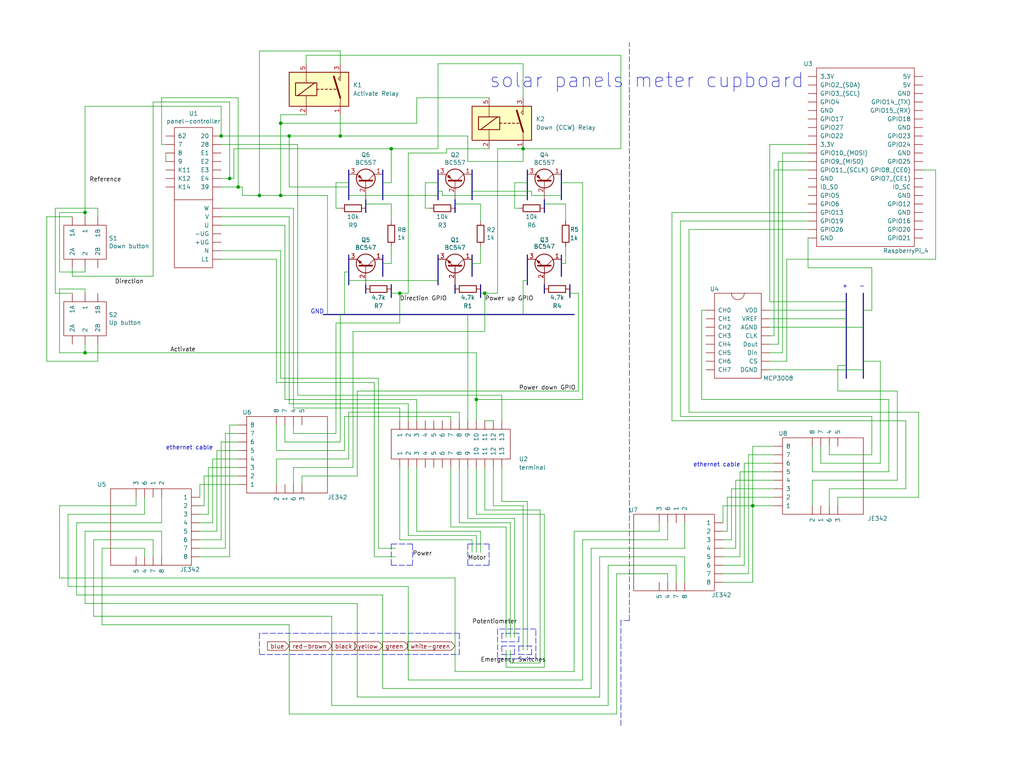
<source format=kicad_sch>
(kicad_sch (version 20211123) (generator eeschema)
  (paper "User" 305.791 230.403)
  (title_block (title "SolArduino") (date "2019-11-10") (rev "7") (company "Thomas Schouten") (comment 1 "Revision by Moritz Gehlhaar"))
  (lib_symbols
    (symbol "Device:R" (pin_numbers hide) (pin_names (offset 0))
      (property "Reference" "R" (at 2.032 0 90))
      (property "Value" "R" (at 0 0 90))
      (symbol "R_0_1"
        (rectangle (start -1.016 -2.54) (end 1.016 2.54) (stroke (width 0.254)))
      )
      (symbol "R_1_1"
        (pin passive line (at 0 3.81 270) (length 1.27) (name "~") (number "1"))
        (pin passive line (at 0 -3.81 90) (length 1.27) (name "~") (number "2"))
      )
    )
    (symbol "Relay:SANYOU_SRD_Form_A"
      (property "Reference" "K" (at 8.89 3.81 0))
      (property "Value" "SANYOU_SRD_Form_A" (at 8.89 1.27 0))
      (symbol "SANYOU_SRD_Form_A_0_0"
        (polyline (pts (xy 5.08 5.08) (xy 5.08 2.54) (xy 4.445 3.175) (xy 5.08 3.81)))
      )
      (symbol "SANYOU_SRD_Form_A_0_1"
        (rectangle (start -10.16 5.08) (end 7.62 -5.08) (stroke (width 0.254)) (fill (type background)))
        (rectangle (start -8.255 1.905) (end -1.905 -1.905) (stroke (width 0.254)))
        (polyline (pts (xy -7.62 -1.905) (xy -2.54 1.905)) (stroke (width 0.254)))
        (polyline (pts (xy -5.08 -5.08) (xy -5.08 -1.905)))
        (polyline (pts (xy -5.08 5.08) (xy -5.08 1.905)))
        (polyline (pts (xy -1.905 0) (xy -1.27 0)) (stroke (width 0.254)))
        (polyline (pts (xy -0.635 0) (xy 0 0)) (stroke (width 0.254)))
        (polyline (pts (xy 0.635 0) (xy 1.27 0)) (stroke (width 0.254)))
        (polyline (pts (xy 1.905 0) (xy 2.54 0)) (stroke (width 0.254)))
        (polyline (pts (xy 3.175 0) (xy 3.81 0)) (stroke (width 0.254)))
        (polyline (pts (xy 5.08 -2.54) (xy 3.175 3.81)) (stroke (width 0.508)))
        (polyline (pts (xy 5.08 -2.54) (xy 5.08 -5.08)))
      )
      (symbol "SANYOU_SRD_Form_A_1_1"
        (pin passive line (at 5.08 -7.62 90) (length 2.54) (name "~") (number "1"))
        (pin passive line (at -5.08 -7.62 90) (length 2.54) (name "~") (number "2"))
        (pin passive line (at 5.08 7.62 270) (length 2.54) (name "~") (number "3"))
        (pin passive line (at -5.08 7.62 270) (length 2.54) (name "~") (number "5"))
      )
    )
    (symbol "Transistor_BJT:BC547" (pin_names (offset 0) hide)
      (property "Reference" "Q" (at 5.08 1.905 0))
      (property "Value" "BC547" (at 5.08 0 0))
      (symbol "BC547_0_1"
        (polyline (pts (xy 0 0) (xy 0.635 0)))
        (polyline (pts (xy 0.635 0.635) (xy 2.54 2.54)))
        (polyline (pts (xy 0.635 -0.635) (xy 2.54 -2.54) (xy 2.54 -2.54)))
        (polyline (pts (xy 0.635 1.905) (xy 0.635 -1.905) (xy 0.635 -1.905)) (stroke (width 0.508)))
        (polyline (pts (xy 1.27 -1.778) (xy 1.778 -1.27) (xy 2.286 -2.286) (xy 1.27 -1.778) (xy 1.27 -1.778)) (fill (type outline)))
        (circle (center 1.27 0) (radius 2.8194) (stroke (width 0.254)))
      )
      (symbol "BC547_1_1"
        (pin passive line (at 2.54 5.08 270) (length 2.54) (name "C") (number "1"))
        (pin input line (at -5.08 0 0) (length 5.08) (name "B") (number "2"))
        (pin passive line (at 2.54 -5.08 90) (length 2.54) (name "E") (number "3"))
      )
    )
    (symbol "Transistor_BJT:BC557" (pin_names (offset 0) hide)
      (property "Reference" "Q" (at 5.08 1.905 0))
      (property "Value" "BC557" (at 5.08 0 0))
      (symbol "BC557_0_1"
        (polyline (pts (xy 0.635 0.635) (xy 2.54 2.54)))
        (polyline (pts (xy 0.635 -0.635) (xy 2.54 -2.54) (xy 2.54 -2.54)))
        (polyline (pts (xy 0.635 1.905) (xy 0.635 -1.905) (xy 0.635 -1.905)) (stroke (width 0.508)))
        (polyline (pts (xy 2.286 -1.778) (xy 1.778 -2.286) (xy 1.27 -1.27) (xy 2.286 -1.778) (xy 2.286 -1.778)) (fill (type outline)))
        (circle (center 1.27 0) (radius 2.8194) (stroke (width 0.254)))
      )
      (symbol "BC557_1_1"
        (pin passive line (at 2.54 5.08 270) (length 2.54) (name "C") (number "1"))
        (pin input line (at -5.08 0 0) (length 5.715) (name "B") (number "2"))
        (pin passive line (at 2.54 -5.08 90) (length 2.54) (name "E") (number "3"))
      )
    )
    (symbol "solarduino:JE342" (pin_names (offset 1.016))
      (property "Reference" "U" (at -12.7 11.43 0))
      (property "Value" "JE342" (at 13.97 -15.24 0))
      (symbol "JE342_0_1"
        (rectangle (start -11.43 10.16) (end 12.7 -12.7))
      )
      (symbol "JE342_1_1"
        (pin bidirectional line (at -13.97 -10.16 0) (length 2.54) (name "1") (number "~"))
        (pin bidirectional line (at 0 -10.16 270) (length 2.54) (name "1") (number "~"))
        (pin bidirectional line (at -13.97 -7.62 0) (length 2.54) (name "2") (number "~"))
        (pin bidirectional line (at -2.54 -10.16 270) (length 2.54) (name "2") (number "~"))
        (pin bidirectional line (at -13.97 -5.08 0) (length 2.54) (name "3") (number "~"))
        (pin bidirectional line (at 5.08 -10.16 270) (length 2.54) (name "3") (number "~"))
        (pin bidirectional line (at -13.97 -2.54 0) (length 2.54) (name "4") (number "~"))
        (pin bidirectional line (at 2.54 7.62 90) (length 2.54) (name "4") (number "~"))
        (pin bidirectional line (at -13.97 0 0) (length 2.54) (name "5") (number "~"))
        (pin bidirectional line (at 5.08 7.62 90) (length 2.54) (name "5") (number "~"))
        (pin bidirectional line (at -13.97 2.54 0) (length 2.54) (name "6") (number "~"))
        (pin bidirectional line (at 2.54 -10.16 270) (length 2.54) (name "6") (number "~"))
        (pin bidirectional line (at -13.97 5.08 0) (length 2.54) (name "7") (number "~"))
        (pin bidirectional line (at 0 7.62 90) (length 2.54) (name "7") (number "~"))
        (pin bidirectional line (at -13.97 7.62 0) (length 2.54) (name "8") (number "~"))
        (pin bidirectional line (at -2.54 7.62 90) (length 2.54) (name "8") (number "~"))
      )
    )
    (symbol "solarduino:MCP3008" (pin_names (offset 1.016))
      (property "Reference" "U" (at -8.89 12.7 0))
      (property "Value" "MCP3008" (at 11.43 -15.24 0))
      (symbol "MCP3008_0_1"
        (rectangle (start -7.62 -12.7) (end 6.35 12.7))
        (arc (start -2.54 12.7) (mid -0.635 10.795) (end 1.27 12.7))
      )
      (symbol "MCP3008_1_1"
        (pin bidirectional line (at 8.89 2.54 180) (length 2.54) (name "AGND") (number "~"))
        (pin bidirectional line (at -10.16 7.62 0) (length 2.54) (name "CH0") (number "~"))
        (pin bidirectional line (at -10.16 5.08 0) (length 2.54) (name "CH1") (number "~"))
        (pin bidirectional line (at -10.16 2.54 0) (length 2.54) (name "CH2") (number "~"))
        (pin bidirectional line (at -10.16 0 0) (length 2.54) (name "CH3") (number "~"))
        (pin bidirectional line (at -10.16 -2.54 0) (length 2.54) (name "CH4") (number "~"))
        (pin bidirectional line (at -10.16 -5.08 0) (length 2.54) (name "CH5") (number "~"))
        (pin bidirectional line (at -10.16 -7.62 0) (length 2.54) (name "CH6") (number "~"))
        (pin bidirectional line (at -10.16 -10.16 0) (length 2.54) (name "CH7") (number "~"))
        (pin bidirectional line (at 8.89 0 180) (length 2.54) (name "CLK") (number "~"))
        (pin bidirectional line (at 8.89 -7.62 180) (length 2.54) (name "CS") (number "~"))
        (pin bidirectional line (at 8.89 -10.16 180) (length 2.54) (name "DGND") (number "~"))
        (pin bidirectional line (at 8.89 -5.08 180) (length 2.54) (name "Din") (number "~"))
        (pin bidirectional line (at 8.89 -2.54 180) (length 2.54) (name "Dout") (number "~"))
        (pin bidirectional line (at 8.89 7.62 180) (length 2.54) (name "VDD") (number "~"))
        (pin bidirectional line (at 8.89 5.08 180) (length 2.54) (name "VREF") (number "~"))
      )
    )
    (symbol "solarduino:RaspberryPi_4" (pin_names (offset 1.016))
      (property "Reference" "U" (at -16.51 29.21 0))
      (property "Value" "RaspberryPi_4" (at 20.32 -27.94 0))
      (symbol "RaspberryPi_4_0_1"
        (rectangle (start -15.24 27.94) (end 13.97 -25.4))
      )
      (symbol "RaspberryPi_4_1_1"
        (pin power_out line (at -17.78 5.08 0) (length 2.54) (name "3.3V") (number "~"))
        (pin power_out line (at -17.78 25.4 0) (length 2.54) (name "3.3V") (number "~"))
        (pin power_out line (at 16.51 22.86 180) (length 2.54) (name "5V") (number "~"))
        (pin power_out line (at 16.51 25.4 180) (length 2.54) (name "5V") (number "~"))
        (pin power_in line (at -17.78 -22.86 0) (length 2.54) (name "GND") (number "~"))
        (pin power_in line (at -17.78 -5.08 0) (length 2.54) (name "GND") (number "~"))
        (pin power_in line (at -17.78 15.24 0) (length 2.54) (name "GND") (number "~"))
        (pin power_in line (at 16.51 -15.24 180) (length 2.54) (name "GND") (number "~"))
        (pin power_in line (at 16.51 -10.16 180) (length 2.54) (name "GND") (number "~"))
        (pin power_in line (at 16.51 2.54 180) (length 2.54) (name "GND") (number "~"))
        (pin power_in line (at 16.51 10.16 180) (length 2.54) (name "GND") (number "~"))
        (pin power_in line (at 16.51 20.32 180) (length 2.54) (name "GND") (number "~"))
        (pin bidirectional line (at -17.78 2.54 0) (length 2.54) (name "GPIO10_(MOSI)") (number "~"))
        (pin bidirectional line (at -17.78 -2.54 0) (length 2.54) (name "GPIO11_(SCLK)") (number "~"))
        (pin bidirectional line (at 16.51 -12.7 180) (length 2.54) (name "GPIO12") (number "~"))
        (pin bidirectional line (at -17.78 -15.24 0) (length 2.54) (name "GPIO13") (number "~"))
        (pin bidirectional line (at 16.51 17.78 180) (length 2.54) (name "GPIO14_(TX)") (number "~"))
        (pin bidirectional line (at 16.51 15.24 180) (length 2.54) (name "GPIO15_(RX)") (number "~"))
        (pin bidirectional line (at 16.51 -17.78 180) (length 2.54) (name "GPIO16") (number "~"))
        (pin bidirectional line (at -17.78 12.7 0) (length 2.54) (name "GPIO17") (number "~"))
        (pin bidirectional line (at 16.51 12.7 180) (length 2.54) (name "GPIO18") (number "~"))
        (pin bidirectional line (at -17.78 -17.78 0) (length 2.54) (name "GPIO19") (number "~"))
        (pin bidirectional line (at 16.51 -20.32 180) (length 2.54) (name "GPIO20") (number "~"))
        (pin bidirectional line (at 16.51 -22.86 180) (length 2.54) (name "GPIO21") (number "~"))
        (pin bidirectional line (at -17.78 7.62 0) (length 2.54) (name "GPIO22") (number "~"))
        (pin bidirectional line (at 16.51 7.62 180) (length 2.54) (name "GPIO23") (number "~"))
        (pin bidirectional line (at 16.51 5.08 180) (length 2.54) (name "GPIO24") (number "~"))
        (pin bidirectional line (at 16.51 0 180) (length 2.54) (name "GPIO25") (number "~"))
        (pin bidirectional line (at -17.78 -20.32 0) (length 2.54) (name "GPIO26") (number "~"))
        (pin bidirectional line (at -17.78 10.16 0) (length 2.54) (name "GPIO27") (number "~"))
        (pin bidirectional line (at -17.78 22.86 0) (length 2.54) (name "GPIO2_(SDA)") (number "~"))
        (pin bidirectional line (at -17.78 20.32 0) (length 2.54) (name "GPIO3_(SCL)") (number "~"))
        (pin bidirectional line (at -17.78 17.78 0) (length 2.54) (name "GPIO4") (number "~"))
        (pin bidirectional line (at -17.78 -10.16 0) (length 2.54) (name "GPIO5") (number "~"))
        (pin bidirectional line (at -17.78 -12.7 0) (length 2.54) (name "GPIO6") (number "~"))
        (pin bidirectional line (at 16.51 -5.08 180) (length 2.54) (name "GPIO7_(CE1)") (number "~"))
        (pin bidirectional line (at 16.51 -2.54 180) (length 2.54) (name "GPIO8_(CE0)") (number "~"))
        (pin bidirectional line (at -17.78 0 0) (length 2.54) (name "GPIO9_(MISO)") (number "~"))
        (pin bidirectional line (at 16.51 -7.62 180) (length 2.54) (name "ID_SC") (number "~"))
        (pin bidirectional line (at -17.78 -7.62 0) (length 2.54) (name "ID_SD") (number "~"))
      )
    )
    (symbol "solarduino:button" (pin_names (offset 1.016))
      (property "Reference" "S" (at -6.35 6.35 0))
      (property "Value" "button" (at 0 0 0))
      (symbol "button_0_0"
        (pin bidirectional line (at 0 7.62 270) (length 2.54) (name "1") (number "~"))
        (pin bidirectional line (at -3.81 7.62 270) (length 2.54) (name "1A") (number "~"))
        (pin bidirectional line (at 3.81 7.62 270) (length 2.54) (name "1B") (number "~"))
        (pin bidirectional line (at 0 -7.62 90) (length 2.54) (name "2") (number "~"))
        (pin bidirectional line (at -3.81 -7.62 90) (length 2.54) (name "2A") (number "~"))
        (pin bidirectional line (at 3.81 -7.62 90) (length 2.54) (name "2B") (number "~"))
      )
      (symbol "button_0_1"
        (rectangle (start -6.35 -5.08) (end 6.35 5.08))
      )
    )
    (symbol "solarduino:panel-controller" (pin_names (offset 1.016))
      (property "Reference" "U" (at -7.62 21.59 0))
      (property "Value" "panel-controller" (at 12.7 -22.86 0))
      (symbol "panel-controller_0_0"
        (pin input line (at 7.62 -13.97 180) (length 2.54) (name "+UG") (number "~"))
        (pin input line (at 7.62 -11.43 180) (length 2.54) (name "-UG") (number "~"))
        (pin input line (at 7.62 17.78 180) (length 2.54) (name "20") (number "~"))
        (pin input line (at 7.62 15.24 180) (length 2.54) (name "28") (number "~"))
        (pin input line (at 7.62 2.54 180) (length 2.54) (name "39") (number "~"))
        (pin input line (at -8.89 17.78 0) (length 2.54) (name "62") (number "~"))
        (pin input line (at -8.89 15.24 0) (length 2.54) (name "7") (number "~"))
        (pin input line (at -8.89 12.7 0) (length 2.54) (name "8") (number "~"))
        (pin input line (at -8.89 10.16 0) (length 2.54) (name "9") (number "~"))
        (pin input line (at 7.62 12.7 180) (length 2.54) (name "E1") (number "~"))
        (pin input line (at 7.62 10.16 180) (length 2.54) (name "E2") (number "~"))
        (pin input line (at 7.62 7.62 180) (length 2.54) (name "E3") (number "~"))
        (pin input line (at 7.62 5.08 180) (length 2.54) (name "E4") (number "~"))
        (pin input line (at -8.89 7.62 0) (length 2.54) (name "K11") (number "~"))
        (pin input line (at -8.89 5.08 0) (length 2.54) (name "K12") (number "~"))
        (pin input line (at -8.89 2.54 0) (length 2.54) (name "K14") (number "~"))
        (pin input line (at 7.62 -19.05 180) (length 2.54) (name "L1") (number "~"))
        (pin input line (at 7.62 -16.51 180) (length 2.54) (name "N") (number "~"))
        (pin input line (at 7.62 -8.89 180) (length 2.54) (name "U") (number "~"))
        (pin input line (at 7.62 -6.35 180) (length 2.54) (name "V") (number "~"))
        (pin input line (at 7.62 -3.81 180) (length 2.54) (name "W") (number "~"))
      )
      (symbol "panel-controller_0_1"
        (rectangle (start -6.35 20.32) (end 5.08 -21.59))
        (polyline (pts (xy 5.08 -1.27) (xy -6.35 -1.27)))
      )
    )
    (symbol "solarduino:terminal" (pin_names (offset 1.016))
      (property "Reference" "U" (at -17.78 5.08 0))
      (property "Value" "terminal" (at 24.13 -7.62 0))
      (symbol "terminal_0_0"
        (pin bidirectional line (at -13.97 6.35 270) (length 2.54) (name "1") (number "~"))
        (pin bidirectional line (at 8.89 6.35 270) (length 2.54) (name "10") (number "~"))
        (pin bidirectional line (at 11.43 6.35 270) (length 2.54) (name "11") (number "~"))
        (pin bidirectional line (at 13.97 6.35 270) (length 2.54) (name "12") (number "~"))
        (pin bidirectional line (at 16.51 6.35 270) (length 2.54) (name "13") (number "~"))
        (pin bidirectional line (at -11.43 6.35 270) (length 2.54) (name "2") (number "~"))
        (pin bidirectional line (at -8.89 6.35 270) (length 2.54) (name "3") (number "~"))
        (pin bidirectional line (at -6.35 6.35 270) (length 2.54) (name "4") (number "~"))
        (pin bidirectional line (at -3.81 6.35 270) (length 2.54) (name "5") (number "~"))
        (pin bidirectional line (at -1.27 6.35 270) (length 2.54) (name "6") (number "~"))
        (pin bidirectional line (at 1.27 6.35 270) (length 2.54) (name "7") (number "~"))
        (pin bidirectional line (at 3.81 6.35 270) (length 2.54) (name "8") (number "~"))
        (pin bidirectional line (at 6.35 6.35 270) (length 2.54) (name "9") (number "~"))
      )
      (symbol "terminal_0_1"
        (rectangle (start -16.51 3.81) (end 19.05 -5.08))
      )
      (symbol "terminal_1_1"
        (pin bidirectional line (at -13.97 -7.62 90) (length 2.54) (name "1") (number "~"))
        (pin bidirectional line (at 8.89 -7.62 90) (length 2.54) (name "10") (number "~"))
        (pin bidirectional line (at 11.43 -7.62 90) (length 2.54) (name "11") (number "~"))
        (pin bidirectional line (at 13.97 -7.62 90) (length 2.54) (name "12") (number "~"))
        (pin bidirectional line (at 16.51 -7.62 90) (length 2.54) (name "13") (number "~"))
        (pin bidirectional line (at -11.43 -7.62 90) (length 2.54) (name "2") (number "~"))
        (pin bidirectional line (at -8.89 -7.62 90) (length 2.54) (name "3") (number "~"))
        (pin bidirectional line (at -6.35 -7.62 90) (length 2.54) (name "4") (number "~"))
        (pin bidirectional line (at -3.81 -7.62 90) (length 2.54) (name "5") (number "~"))
        (pin bidirectional line (at -1.27 -7.62 90) (length 2.54) (name "6") (number "~"))
        (pin bidirectional line (at 1.27 -7.62 90) (length 2.54) (name "7") (number "~"))
        (pin bidirectional line (at 3.81 -7.62 90) (length 2.54) (name "8") (number "~"))
        (pin bidirectional line (at 6.35 -7.62 90) (length 2.54) (name "9") (number "~"))
      )
    )
  )
  (junction (at 224.79 151.13))
  (junction (at 66.04 40.64))
  (junction (at 86.36 40.64))
  (junction (at 83.82 36.83))
  (junction (at 101.6 40.64))
  (junction (at 83.82 58.42))
  (junction (at 156.21 44.45))
  (junction (at 116.84 44.45))
  (junction (at 71.12 55.88))
  (junction (at 68.58 53.34))
  (junction (at 144.78 87.63))
  (junction (at 25.4 105.41))
  (junction (at 142.24 119.38))
  (junction (at 25.4 63.5))
  (junction (at 119.38 87.63))
  (junction (at 77.47 58.42))
  (wire (pts (xy 87.63 139.7) (xy 105.41 139.7)))
  (wire (pts (xy 16.51 62.23) (xy 16.51 87.63)))
  (wire (pts (xy 66.04 74.93) (xy 83.82 74.93)))
  (wire (pts (xy 82.55 77.47) (xy 66.04 77.47)))
  (wire (pts (xy 247.65 146.05) (xy 270.51 146.05)))
  (wire (pts (xy 137.16 156.21) (xy 152.4 156.21)))
  (wire (pts (xy 83.82 74.93) (xy 83.82 113.03)))
  (wire (pts (xy 204.47 163.83) (xy 204.47 156.21)))
  (wire (pts (xy 121.92 160.02) (xy 142.24 160.02)))
  (wire (pts (xy 87.63 129.54) (xy 100.33 129.54)))
  (wire (pts (xy 111.76 114.3) (xy 111.76 166.37)))
  (wire (pts (xy 83.82 36.83) (xy 83.82 34.29)))
  (wire (pts (xy 104.14 81.28) (xy 102.87 81.28)))
  (wire (pts (xy 45.72 30.48) (xy 45.72 82.55)))
  (polyline (pts (xy 158.75 193.04) (xy 154.94 193.04)))
  (wire (pts (xy 130.81 19.05) (xy 130.81 44.45)))
  (wire (pts (xy 30.48 186.69) (xy 30.48 163.83)))
  (wire (pts (xy 27.94 184.15) (xy 27.94 161.29)))
  (wire (pts (xy 247.65 135.89) (xy 260.35 135.89)))
  (wire (pts (xy 142.24 153.67) (xy 162.56 153.67)))
  (wire (pts (xy 132.08 58.42) (xy 157.48 58.42)))
  (wire (pts (xy 215.9 173.99) (xy 224.79 173.99)))
  (wire (pts (xy 133.35 44.45) (xy 146.05 44.45)))
  (wire (pts (xy 215.9 168.91) (xy 222.25 168.91)))
  (wire (pts (xy 116.84 60.96) (xy 109.22 60.96)))
  (bus (pts (xy 96.52 93.98) (xy 171.45 93.98)))
  (wire (pts (xy 176.53 163.83) (xy 176.53 205.74)))
  (bus (pts (xy 135.89 59.69) (xy 135.89 63.5)))
  (wire (pts (xy 124.46 139.7) (xy 124.46 158.75)))
  (wire (pts (xy 20.32 153.67) (xy 43.18 153.67)))
  (wire (pts (xy 101.6 40.64) (xy 86.36 40.64)))
  (wire (pts (xy 71.12 29.21) (xy 48.26 29.21)))
  (wire (pts (xy 119.38 87.63) (xy 121.92 87.63)))
  (polyline (pts (xy 139.7 168.91) (xy 146.05 168.91)))
  (wire (pts (xy 265.43 119.38) (xy 265.43 140.97)))
  (wire (pts (xy 279.4 77.47) (xy 279.4 50.8)))
  (wire (pts (xy 135.89 172.72) (xy 135.89 200.66)))
  (wire (pts (xy 152.4 198.12) (xy 152.4 194.31)))
  (wire (pts (xy 134.62 157.48) (xy 151.13 157.48)))
  (wire (pts (xy 200.66 125.73) (xy 200.66 63.5)))
  (wire (pts (xy 139.7 40.64) (xy 101.6 40.64)))
  (wire (pts (xy 69.85 44.45) (xy 116.84 44.45)))
  (bus (pts (xy 252.73 87.63) (xy 252.73 113.03)))
  (wire (pts (xy 168.91 73.66) (xy 168.91 78.74)))
  (wire (pts (xy 68.58 127) (xy 68.58 166.37)))
  (wire (pts (xy 143.51 73.66) (xy 143.51 78.74)))
  (wire (pts (xy 279.4 50.8) (xy 275.59 50.8)))
  (wire (pts (xy 156.21 19.05) (xy 130.81 19.05)))
  (polyline (pts (xy 123.19 162.56) (xy 116.84 162.56)))
  (wire (pts (xy 91.44 16.51) (xy 185.42 16.51)))
  (wire (pts (xy 85.09 132.08) (xy 101.6 132.08)))
  (wire (pts (xy 116.84 66.04) (xy 116.84 60.96)))
  (wire (pts (xy 87.63 121.92) (xy 119.38 121.92)))
  (wire (pts (xy 106.68 180.34) (xy 25.4 180.34)))
  (wire (pts (xy 142.24 160.02) (xy 142.24 165.1)))
  (wire (pts (xy 153.67 62.23) (xy 153.67 54.61)))
  (wire (pts (xy 224.79 133.35) (xy 224.79 151.13)))
  (wire (pts (xy 64.77 134.62) (xy 71.12 134.62)))
  (wire (pts (xy 59.69 158.75) (xy 64.77 158.75)))
  (wire (pts (xy 229.87 110.49) (xy 257.81 110.49)))
  (wire (pts (xy 85.09 67.31) (xy 85.09 119.38)))
  (wire (pts (xy 234.95 107.95) (xy 234.95 77.47)))
  (wire (pts (xy 250.19 116.84) (xy 250.19 109.22)))
  (wire (pts (xy 91.44 16.51) (xy 91.44 19.05)))
  (wire (pts (xy 231.14 100.33) (xy 231.14 50.8)))
  (wire (pts (xy 86.36 120.65) (xy 121.92 120.65)))
  (wire (pts (xy 68.58 30.48) (xy 45.72 30.48)))
  (wire (pts (xy 203.2 66.04) (xy 241.3 66.04)))
  (wire (pts (xy 105.41 99.06) (xy 144.78 99.06)))
  (wire (pts (xy 173.99 161.29) (xy 199.39 161.29)))
  (wire (pts (xy 45.72 82.55) (xy 21.59 82.55)))
  (wire (pts (xy 90.17 142.24) (xy 106.68 142.24)))
  (bus (pts (xy 140.97 50.8) (xy 140.97 59.69)))
  (wire (pts (xy 217.17 158.75) (xy 217.17 148.59)))
  (wire (pts (xy 218.44 146.05) (xy 231.14 146.05)))
  (wire (pts (xy 184.15 171.45) (xy 199.39 171.45)))
  (wire (pts (xy 231.14 50.8) (xy 241.3 50.8)))
  (wire (pts (xy 267.97 143.51) (xy 267.97 116.84)))
  (wire (pts (xy 25.4 87.63) (xy 25.4 86.36)))
  (wire (pts (xy 142.24 119.38) (xy 173.99 119.38)))
  (wire (pts (xy 66.04 132.08) (xy 71.12 132.08)))
  (wire (pts (xy 229.87 105.41) (xy 233.68 105.41)))
  (wire (pts (xy 203.2 124.46) (xy 260.35 124.46)))
  (wire (pts (xy 45.72 161.29) (xy 45.72 166.37)))
  (wire (pts (xy 172.72 87.63) (xy 170.18 87.63)))
  (wire (pts (xy 143.51 87.63) (xy 144.78 87.63)))
  (wire (pts (xy 59.69 161.29) (xy 66.04 161.29)))
  (wire (pts (xy 209.55 92.71) (xy 209.55 119.38)))
  (wire (pts (xy 247.65 133.35) (xy 247.65 135.89)))
  (wire (pts (xy 124.46 158.75) (xy 143.51 158.75)))
  (bus (pts (xy 170.18 85.09) (xy 170.18 88.9)))
  (wire (pts (xy 199.39 173.99) (xy 199.39 171.45)))
  (wire (pts (xy 29.21 64.77) (xy 29.21 62.23)))
  (wire (pts (xy 215.9 163.83) (xy 219.71 163.83)))
  (wire (pts (xy 88.9 43.18) (xy 88.9 118.11)))
  (wire (pts (xy 48.26 158.75) (xy 48.26 166.37)))
  (wire (pts (xy 119.38 121.92) (xy 119.38 125.73)))
  (wire (pts (xy 85.09 127) (xy 85.09 132.08)))
  (wire (pts (xy 97.79 58.42) (xy 97.79 93.98)))
  (wire (pts (xy 121.92 120.65) (xy 121.92 125.73)))
  (wire (pts (xy 66.04 53.34) (xy 68.58 53.34)))
  (wire (pts (xy 245.11 138.43) (xy 262.89 138.43)))
  (wire (pts (xy 181.61 168.91) (xy 201.93 168.91)))
  (polyline (pts (xy 146.05 162.56) (xy 139.7 162.56)))
  (wire (pts (xy 232.41 48.26) (xy 241.3 48.26)))
  (wire (pts (xy 128.27 62.23) (xy 127 62.23)))
  (wire (pts (xy 181.61 168.91) (xy 181.61 210.82)))
  (wire (pts (xy 25.4 158.75) (xy 48.26 158.75)))
  (wire (pts (xy 257.81 107.95) (xy 262.89 107.95)))
  (wire (pts (xy 106.68 116.84) (xy 106.68 142.24)))
  (polyline (pts (xy 116.84 168.91) (xy 123.19 168.91)))
  (wire (pts (xy 203.2 124.46) (xy 203.2 66.04)))
  (wire (pts (xy 86.36 186.69) (xy 30.48 186.69)))
  (wire (pts (xy 72.39 55.88) (xy 72.39 58.42)))
  (polyline (pts (xy 77.47 195.58) (xy 137.16 195.58)))
  (wire (pts (xy 48.26 43.18) (xy 49.53 43.18)))
  (polyline (pts (xy 148.59 187.96) (xy 148.59 196.85)))
  (wire (pts (xy 130.81 57.15) (xy 132.08 57.15)))
  (wire (pts (xy 116.84 78.74) (xy 114.3 78.74)))
  (wire (pts (xy 86.36 64.77) (xy 86.36 120.65)))
  (wire (pts (xy 220.98 140.97) (xy 231.14 140.97)))
  (wire (pts (xy 86.36 213.36) (xy 184.15 213.36)))
  (wire (pts (xy 72.39 58.42) (xy 77.47 58.42)))
  (wire (pts (xy 68.58 127) (xy 71.12 127)))
  (wire (pts (xy 25.4 31.75) (xy 25.4 63.5)))
  (wire (pts (xy 137.16 139.7) (xy 137.16 156.21)))
  (wire (pts (xy 21.59 82.55) (xy 21.59 80.01)))
  (polyline (pts (xy 158.75 195.58) (xy 158.75 193.04)))
  (bus (pts (xy 257.81 87.63) (xy 257.81 113.03)))
  (wire (pts (xy 116.84 44.45) (xy 116.84 54.61)))
  (wire (pts (xy 82.55 144.78) (xy 82.55 137.16)))
  (wire (pts (xy 250.19 151.13) (xy 250.19 148.59)))
  (wire (pts (xy 82.55 114.3) (xy 82.55 77.47)))
  (wire (pts (xy 173.99 54.61) (xy 173.99 119.38)))
  (wire (pts (xy 242.57 151.13) (xy 242.57 143.51)))
  (wire (pts (xy 22.86 156.21) (xy 48.26 156.21)))
  (wire (pts (xy 148.59 87.63) (xy 148.59 44.45)))
  (wire (pts (xy 229.87 92.71) (xy 252.73 92.71)))
  (wire (pts (xy 223.52 135.89) (xy 231.14 135.89)))
  (wire (pts (xy 215.9 158.75) (xy 217.17 158.75)))
  (wire (pts (xy 100.33 129.54) (xy 100.33 96.52)))
  (wire (pts (xy 77.47 15.24) (xy 101.6 15.24)))
  (wire (pts (xy 229.87 90.17) (xy 229.87 43.18)))
  (wire (pts (xy 168.91 66.04) (xy 168.91 60.96)))
  (wire (pts (xy 25.4 105.41) (xy 25.4 102.87)))
  (polyline (pts (xy 160.02 196.85) (xy 160.02 187.96)))
  (wire (pts (xy 156.21 48.26) (xy 139.7 48.26)))
  (wire (pts (xy 66.04 64.77) (xy 86.36 64.77)))
  (bus (pts (xy 157.48 76.2) (xy 157.48 85.09)))
  (wire (pts (xy 86.36 186.69) (xy 86.36 213.36)))
  (wire (pts (xy 140.97 161.29) (xy 140.97 165.1)))
  (wire (pts (xy 82.55 137.16) (xy 104.14 137.16)))
  (wire (pts (xy 25.4 180.34) (xy 25.4 158.75)))
  (wire (pts (xy 124.46 119.38) (xy 124.46 125.73)))
  (wire (pts (xy 101.6 93.98) (xy 101.6 132.08)))
  (wire (pts (xy 114.3 177.8) (xy 114.3 205.74)))
  (wire (pts (xy 233.68 105.41) (xy 233.68 45.72)))
  (wire (pts (xy 144.78 152.4) (xy 161.29 152.4)))
  (wire (pts (xy 156.21 83.82) (xy 156.21 93.98)))
  (wire (pts (xy 90.17 144.78) (xy 90.17 142.24)))
  (wire (pts (xy 201.93 173.99) (xy 201.93 168.91)))
  (wire (pts (xy 43.18 163.83) (xy 43.18 166.37)))
  (wire (pts (xy 114.3 177.8) (xy 22.86 177.8)))
  (polyline (pts (xy 149.86 191.77) (xy 154.94 191.77)))
  (bus (pts (xy 140.97 76.2) (xy 140.97 82.55)))
  (wire (pts (xy 132.08 57.15) (xy 132.08 58.42)))
  (wire (pts (xy 66.04 31.75) (xy 25.4 31.75)))
  (wire (pts (xy 168.91 60.96) (xy 162.56 60.96)))
  (polyline (pts (xy 149.86 195.58) (xy 153.67 195.58)))
  (wire (pts (xy 124.46 29.21) (xy 124.46 36.83)))
  (bus (pts (xy 116.84 88.9) (xy 116.84 85.09)))
  (wire (pts (xy 233.68 45.72) (xy 241.3 45.72)))
  (wire (pts (xy 229.87 97.79) (xy 257.81 97.79)))
  (wire (pts (xy 146.05 29.21) (xy 124.46 29.21)))
  (wire (pts (xy 119.38 87.63) (xy 119.38 96.52)))
  (wire (pts (xy 179.07 166.37) (xy 204.47 166.37)))
  (wire (pts (xy 222.25 138.43) (xy 222.25 168.91)))
  (wire (pts (xy 127 54.61) (xy 130.81 54.61)))
  (wire (pts (xy 101.6 34.29) (xy 101.6 40.64)))
  (polyline (pts (xy 153.67 193.04) (xy 149.86 193.04)))
  (wire (pts (xy 17.78 86.36) (xy 17.78 105.41)))
  (wire (pts (xy 148.59 44.45) (xy 156.21 44.45)))
  (wire (pts (xy 135.89 200.66) (xy 171.45 200.66)))
  (bus (pts (xy 143.51 88.9) (xy 143.51 85.09)))
  (wire (pts (xy 229.87 43.18) (xy 241.3 43.18)))
  (wire (pts (xy 200.66 125.73) (xy 270.51 125.73)))
  (wire (pts (xy 220.98 140.97) (xy 220.98 166.37)))
  (wire (pts (xy 153.67 154.94) (xy 153.67 190.5)))
  (wire (pts (xy 83.82 58.42) (xy 97.79 58.42)))
  (polyline (pts (xy 154.94 195.58) (xy 158.75 195.58)))
  (wire (pts (xy 85.09 119.38) (xy 124.46 119.38)))
  (wire (pts (xy 161.29 198.12) (xy 152.4 198.12)))
  (wire (pts (xy 147.32 151.13) (xy 156.21 151.13)))
  (wire (pts (xy 121.92 45.72) (xy 133.35 45.72)))
  (wire (pts (xy 100.33 96.52) (xy 119.38 96.52)))
  (wire (pts (xy 86.36 55.88) (xy 104.14 55.88)))
  (wire (pts (xy 154.94 62.23) (xy 153.67 62.23)))
  (wire (pts (xy 64.77 134.62) (xy 64.77 158.75)))
  (wire (pts (xy 63.5 156.21) (xy 63.5 137.16)))
  (wire (pts (xy 250.19 148.59) (xy 274.32 148.59)))
  (wire (pts (xy 17.78 105.41) (xy 25.4 105.41)))
  (wire (pts (xy 83.82 113.03) (xy 113.03 113.03)))
  (wire (pts (xy 116.84 54.61) (xy 114.3 54.61)))
  (wire (pts (xy 252.73 90.17) (xy 229.87 90.17)))
  (polyline (pts (xy 139.7 162.56) (xy 139.7 168.91)))
  (wire (pts (xy 274.32 148.59) (xy 274.32 123.19)))
  (wire (pts (xy 139.7 139.7) (xy 139.7 154.94)))
  (polyline (pts (xy 77.47 189.23) (xy 77.47 195.58)))
  (wire (pts (xy 59.69 148.59) (xy 59.69 144.78)))
  (wire (pts (xy 67.31 129.54) (xy 67.31 163.83)))
  (wire (pts (xy 59.69 151.13) (xy 60.96 151.13)))
  (wire (pts (xy 20.32 175.26) (xy 20.32 153.67)))
  (wire (pts (xy 242.57 143.51) (xy 267.97 143.51)))
  (wire (pts (xy 185.42 44.45) (xy 185.42 16.51)))
  (wire (pts (xy 102.87 124.46) (xy 102.87 134.62)))
  (wire (pts (xy 135.89 172.72) (xy 17.78 172.72)))
  (wire (pts (xy 241.3 71.12) (xy 241.3 80.01)))
  (wire (pts (xy 77.47 58.42) (xy 83.82 58.42)))
  (wire (pts (xy 17.78 151.13) (xy 40.64 151.13)))
  (wire (pts (xy 99.06 210.82) (xy 181.61 210.82)))
  (wire (pts (xy 134.62 139.7) (xy 134.62 157.48)))
  (wire (pts (xy 27.94 161.29) (xy 45.72 161.29)))
  (wire (pts (xy 25.4 63.5) (xy 25.4 64.77)))
  (wire (pts (xy 224.79 151.13) (xy 215.9 151.13)))
  (wire (pts (xy 104.14 58.42) (xy 130.81 58.42)))
  (wire (pts (xy 100.33 62.23) (xy 100.33 54.61)))
  (wire (pts (xy 113.03 113.03) (xy 113.03 163.83)))
  (wire (pts (xy 139.7 154.94) (xy 153.67 154.94)))
  (wire (pts (xy 105.41 139.7) (xy 105.41 99.06)))
  (wire (pts (xy 13.97 64.77) (xy 13.97 107.95)))
  (wire (pts (xy 229.87 102.87) (xy 232.41 102.87)))
  (wire (pts (xy 149.86 118.11) (xy 149.86 125.73)))
  (polyline (pts (xy 116.84 162.56) (xy 116.84 168.91)))
  (wire (pts (xy 121.92 139.7) (xy 121.92 160.02)))
  (wire (pts (xy 176.53 163.83) (xy 204.47 163.83)))
  (wire (pts (xy 204.47 166.37) (xy 204.47 173.99)))
  (wire (pts (xy 106.68 208.28) (xy 179.07 208.28)))
  (polyline (pts (xy 146.05 168.91) (xy 146.05 162.56)))
  (bus (pts (xy 109.22 59.69) (xy 109.22 63.5)))
  (polyline (pts (xy 149.86 193.04) (xy 149.86 195.58)))
  (bus (pts (xy 109.22 85.09) (xy 109.22 87.63)))
  (wire (pts (xy 124.46 36.83) (xy 83.82 36.83)))
  (wire (pts (xy 171.45 158.75) (xy 196.85 158.75)))
  (wire (pts (xy 29.21 62.23) (xy 16.51 62.23)))
  (wire (pts (xy 82.55 127) (xy 82.55 134.62)))
  (wire (pts (xy 114.3 205.74) (xy 176.53 205.74)))
  (wire (pts (xy 82.55 114.3) (xy 111.76 114.3)))
  (wire (pts (xy 106.68 116.84) (xy 172.72 116.84)))
  (wire (pts (xy 62.23 139.7) (xy 71.12 139.7)))
  (wire (pts (xy 162.56 153.67) (xy 162.56 199.39)))
  (wire (pts (xy 242.57 140.97) (xy 265.43 140.97)))
  (wire (pts (xy 158.75 58.42) (xy 158.75 57.15)))
  (wire (pts (xy 130.81 44.45) (xy 116.84 44.45)))
  (wire (pts (xy 48.26 156.21) (xy 48.26 148.59)))
  (wire (pts (xy 66.04 31.75) (xy 66.04 40.64)))
  (wire (pts (xy 30.48 163.83) (xy 43.18 163.83)))
  (wire (pts (xy 71.12 55.88) (xy 71.12 29.21)))
  (wire (pts (xy 69.85 53.34) (xy 69.85 44.45)))
  (wire (pts (xy 223.52 135.89) (xy 223.52 171.45)))
  (wire (pts (xy 40.64 151.13) (xy 40.64 148.59)))
  (wire (pts (xy 87.63 144.78) (xy 87.63 139.7)))
  (wire (pts (xy 173.99 54.61) (xy 167.64 54.61)))
  (wire (pts (xy 260.35 92.71) (xy 257.81 92.71)))
  (wire (pts (xy 21.59 64.77) (xy 13.97 64.77)))
  (polyline (pts (xy 154.94 189.23) (xy 149.86 189.23)))
  (wire (pts (xy 99.06 184.15) (xy 27.94 184.15)))
  (wire (pts (xy 119.38 139.7) (xy 119.38 161.29)))
  (wire (pts (xy 149.86 149.86) (xy 157.48 149.86)))
  (wire (pts (xy 68.58 53.34) (xy 68.58 30.48)))
  (wire (pts (xy 104.14 83.82) (xy 130.81 83.82)))
  (wire (pts (xy 143.51 158.75) (xy 143.51 165.1)))
  (wire (pts (xy 234.95 77.47) (xy 279.4 77.47)))
  (wire (pts (xy 135.89 60.96) (xy 143.51 60.96)))
  (polyline (pts (xy 123.19 168.91) (xy 123.19 162.56)))
  (wire (pts (xy 67.31 129.54) (xy 71.12 129.54)))
  (wire (pts (xy 151.13 157.48) (xy 151.13 190.5)))
  (wire (pts (xy 205.74 68.58) (xy 241.3 68.58)))
  (wire (pts (xy 60.96 151.13) (xy 60.96 142.24)))
  (wire (pts (xy 102.87 81.28) (xy 102.87 93.98)))
  (wire (pts (xy 172.72 87.63) (xy 172.72 116.84)))
  (wire (pts (xy 25.4 80.01) (xy 25.4 81.28)))
  (wire (pts (xy 121.92 175.26) (xy 20.32 175.26)))
  (wire (pts (xy 179.07 166.37) (xy 179.07 208.28)))
  (wire (pts (xy 62.23 153.67) (xy 62.23 139.7)))
  (wire (pts (xy 66.04 62.23) (xy 87.63 62.23)))
  (wire (pts (xy 142.24 139.7) (xy 142.24 153.67)))
  (wire (pts (xy 137.16 125.73) (xy 137.16 123.19)))
  (wire (pts (xy 63.5 137.16) (xy 71.12 137.16)))
  (wire (pts (xy 82.55 134.62) (xy 102.87 134.62)))
  (bus (pts (xy 157.48 50.8) (xy 157.48 59.69)))
  (wire (pts (xy 66.04 55.88) (xy 71.12 55.88)))
  (wire (pts (xy 215.9 171.45) (xy 223.52 171.45)))
  (wire (pts (xy 71.12 55.88) (xy 72.39 55.88)))
  (wire (pts (xy 162.56 199.39) (xy 151.13 199.39)))
  (wire (pts (xy 13.97 107.95) (xy 29.21 107.95)))
  (wire (pts (xy 121.92 87.63) (xy 121.92 45.72)))
  (wire (pts (xy 60.96 142.24) (xy 71.12 142.24)))
  (wire (pts (xy 127 62.23) (xy 127 54.61)))
  (wire (pts (xy 196.85 156.21) (xy 196.85 158.75)))
  (wire (pts (xy 106.68 180.34) (xy 106.68 208.28)))
  (wire (pts (xy 116.84 73.66) (xy 116.84 78.74)))
  (wire (pts (xy 66.04 67.31) (xy 85.09 67.31)))
  (wire (pts (xy 167.64 58.42) (xy 158.75 58.42)))
  (bus (pts (xy 130.81 50.8) (xy 130.81 59.69)))
  (wire (pts (xy 161.29 152.4) (xy 161.29 198.12)))
  (wire (pts (xy 17.78 81.28) (xy 25.4 81.28)))
  (polyline (pts (xy 154.94 191.77) (xy 154.94 189.23)))
  (wire (pts (xy 101.6 15.24) (xy 101.6 19.05)))
  (wire (pts (xy 66.04 132.08) (xy 66.04 161.29)))
  (polyline (pts (xy 137.16 189.23) (xy 77.47 189.23)))
  (wire (pts (xy 116.84 87.63) (xy 119.38 87.63)))
  (wire (pts (xy 49.53 45.72) (xy 49.53 48.26)))
  (wire (pts (xy 229.87 95.25) (xy 252.73 95.25)))
  (wire (pts (xy 229.87 107.95) (xy 234.95 107.95)))
  (wire (pts (xy 242.57 133.35) (xy 242.57 140.97)))
  (wire (pts (xy 173.99 161.29) (xy 173.99 203.2)))
  (wire (pts (xy 121.92 175.26) (xy 121.92 203.2)))
  (wire (pts (xy 232.41 102.87) (xy 232.41 48.26)))
  (wire (pts (xy 66.04 43.18) (xy 88.9 43.18)))
  (wire (pts (xy 17.78 63.5) (xy 17.78 81.28)))
  (wire (pts (xy 200.66 63.5) (xy 241.3 63.5)))
  (wire (pts (xy 104.14 123.19) (xy 137.16 123.19)))
  (wire (pts (xy 88.9 118.11) (xy 149.86 118.11)))
  (polyline (pts (xy 149.86 189.23) (xy 149.86 191.77)))
  (wire (pts (xy 260.35 124.46) (xy 260.35 135.89)))
  (bus (pts (xy 135.89 85.09) (xy 135.89 87.63)))
  (wire (pts (xy 222.25 138.43) (xy 231.14 138.43)))
  (polyline (pts (xy 160.02 187.96) (xy 148.59 187.96)))
  (wire (pts (xy 156.21 29.21) (xy 156.21 19.05)))
  (wire (pts (xy 22.86 177.8) (xy 22.86 156.21)))
  (bus (pts (xy 162.56 59.69) (xy 162.56 63.5)))
  (wire (pts (xy 77.47 58.42) (xy 77.47 15.24)))
  (wire (pts (xy 260.35 80.01) (xy 260.35 92.71)))
  (wire (pts (xy 43.18 153.67) (xy 43.18 148.59)))
  (wire (pts (xy 142.24 105.41) (xy 142.24 119.38)))
  (wire (pts (xy 142.24 119.38) (xy 142.24 125.73)))
  (wire (pts (xy 68.58 53.34) (xy 69.85 53.34)))
  (wire (pts (xy 215.9 166.37) (xy 220.98 166.37)))
  (wire (pts (xy 245.11 133.35) (xy 245.11 138.43)))
  (wire (pts (xy 59.69 156.21) (xy 63.5 156.21)))
  (wire (pts (xy 152.4 156.21) (xy 152.4 190.5)))
  (wire (pts (xy 205.74 123.19) (xy 205.74 68.58)))
  (wire (pts (xy 250.19 109.22) (xy 252.73 109.22)))
  (wire (pts (xy 217.17 148.59) (xy 231.14 148.59)))
  (wire (pts (xy 224.79 151.13) (xy 224.79 173.99)))
  (wire (pts (xy 48.26 29.21) (xy 48.26 43.18)))
  (wire (pts (xy 184.15 171.45) (xy 184.15 213.36)))
  (wire (pts (xy 156.21 44.45) (xy 185.42 44.45)))
  (wire (pts (xy 149.86 139.7) (xy 149.86 149.86)))
  (wire (pts (xy 87.63 127) (xy 87.63 129.54)))
  (wire (pts (xy 16.51 87.63) (xy 21.59 87.63)))
  (wire (pts (xy 139.7 93.98) (xy 139.7 125.73)))
  (wire (pts (xy 199.39 156.21) (xy 199.39 161.29)))
  (wire (pts (xy 218.44 161.29) (xy 218.44 146.05)))
  (wire (pts (xy 59.69 163.83) (xy 67.31 163.83)))
  (wire (pts (xy 215.9 156.21) (xy 215.9 151.13)))
  (wire (pts (xy 59.69 144.78) (xy 71.12 144.78)))
  (wire (pts (xy 100.33 54.61) (xy 104.14 54.61)))
  (wire (pts (xy 119.38 161.29) (xy 140.97 161.29)))
  (polyline (pts (xy 185.42 185.42) (xy 185.42 217.17)))
  (polyline (pts (xy 153.67 195.58) (xy 153.67 193.04)))
  (wire (pts (xy 144.78 125.73) (xy 147.32 125.73)))
  (wire (pts (xy 219.71 163.83) (xy 219.71 143.51)))
  (bus (pts (xy 114.3 76.2) (xy 114.3 82.55)))
  (wire (pts (xy 134.62 124.46) (xy 102.87 124.46)))
  (wire (pts (xy 104.14 123.19) (xy 104.14 137.16)))
  (bus (pts (xy 104.14 76.2) (xy 104.14 85.09)))
  (wire (pts (xy 139.7 48.26) (xy 139.7 40.64)))
  (wire (pts (xy 111.76 166.37) (xy 118.11 166.37)))
  (bus (pts (xy 104.14 50.8) (xy 104.14 59.69)))
  (wire (pts (xy 151.13 199.39) (xy 151.13 194.31)))
  (wire (pts (xy 158.75 57.15) (xy 140.97 57.15)))
  (wire (pts (xy 156.21 83.82) (xy 157.48 83.82)))
  (polyline (pts (xy 154.94 193.04) (xy 154.94 195.58)))
  (wire (pts (xy 83.82 58.42) (xy 83.82 36.83)))
  (polyline (pts (xy 137.16 195.58) (xy 137.16 189.23)))
  (wire (pts (xy 121.92 203.2) (xy 173.99 203.2)))
  (wire (pts (xy 113.03 163.83) (xy 118.11 163.83)))
  (wire (pts (xy 66.04 40.64) (xy 86.36 40.64)))
  (wire (pts (xy 101.6 62.23) (xy 100.33 62.23)))
  (wire (pts (xy 144.78 87.63) (xy 148.59 87.63)))
  (wire (pts (xy 59.69 153.67) (xy 62.23 153.67)))
  (wire (pts (xy 229.87 100.33) (xy 231.14 100.33)))
  (wire (pts (xy 209.55 92.71) (xy 210.82 92.71)))
  (wire (pts (xy 168.91 78.74) (xy 167.64 78.74)))
  (wire (pts (xy 147.32 139.7) (xy 147.32 151.13)))
  (wire (pts (xy 86.36 40.64) (xy 86.36 55.88)))
  (wire (pts (xy 153.67 54.61) (xy 157.48 54.61)))
  (wire (pts (xy 247.65 151.13) (xy 247.65 146.05)))
  (wire (pts (xy 25.4 105.41) (xy 142.24 105.41)))
  (bus (pts (xy 130.81 76.2) (xy 130.81 85.09)))
  (wire (pts (xy 224.79 133.35) (xy 231.14 133.35)))
  (wire (pts (xy 17.78 172.72) (xy 17.78 151.13)))
  (wire (pts (xy 143.51 66.04) (xy 143.51 60.96)))
  (wire (pts (xy 156.21 151.13) (xy 156.21 194.31)))
  (wire (pts (xy 87.63 62.23) (xy 87.63 121.92)))
  (bus (pts (xy 167.64 50.8) (xy 167.64 59.69)))
  (wire (pts (xy 134.62 125.73) (xy 134.62 124.46)))
  (wire (pts (xy 171.45 158.75) (xy 171.45 200.66)))
  (polyline (pts (xy 187.96 185.42) (xy 187.96 12.7)))
  (wire (pts (xy 25.4 86.36) (xy 17.78 86.36)))
  (wire (pts (xy 133.35 45.72) (xy 133.35 44.45)))
  (wire (pts (xy 219.71 143.51) (xy 231.14 143.51)))
  (polyline (pts (xy 148.59 196.85) (xy 160.02 196.85)))
  (wire (pts (xy 241.3 80.01) (xy 260.35 80.01)))
  (wire (pts (xy 99.06 184.15) (xy 99.06 210.82)))
  (wire (pts (xy 270.51 125.73) (xy 270.51 146.05)))
  (wire (pts (xy 29.21 107.95) (xy 29.21 102.87)))
  (wire (pts (xy 205.74 123.19) (xy 274.32 123.19)))
  (wire (pts (xy 157.48 149.86) (xy 157.48 194.31)))
  (wire (pts (xy 156.21 44.45) (xy 156.21 48.26)))
  (wire (pts (xy 209.55 119.38) (xy 265.43 119.38)))
  (wire (pts (xy 144.78 139.7) (xy 144.78 152.4)))
  (wire (pts (xy 25.4 63.5) (xy 17.78 63.5)))
  (wire (pts (xy 59.69 166.37) (xy 68.58 166.37)))
  (wire (pts (xy 262.89 138.43) (xy 262.89 107.95)))
  (polyline (pts (xy 187.96 185.42) (xy 185.42 185.42)))
  (wire (pts (xy 267.97 116.84) (xy 250.19 116.84)))
  (bus (pts (xy 114.3 50.8) (xy 114.3 59.69)))
  (bus (pts (xy 162.56 85.09) (xy 162.56 87.63)))
  (wire (pts (xy 143.51 78.74) (xy 140.97 78.74)))
  (bus (pts (xy 167.64 76.2) (xy 167.64 82.55)))
  (wire (pts (xy 231.14 151.13) (xy 224.79 151.13)))
  (wire (pts (xy 83.82 34.29) (xy 91.44 34.29)))
  (wire (pts (xy 144.78 87.63) (xy 144.78 99.06)))
  (wire (pts (xy 215.9 161.29) (xy 218.44 161.29)))
  (text "solar panels" (at 146.05 26.67 0) (effects (font (size 4.2672 4.2672)) (justify left bottom)))
  (text "+" (at 251.46 86.36 0) (effects (font (size 1.27 1.27)) (justify left bottom)))
  (text "meter cupboard" (at 189.23 26.67 0) (effects (font (size 4.2672 4.2672)) (justify left bottom)))
  (text "-" (at 256.54 86.36 0) (effects (font (size 1.27 1.27)) (justify left bottom)))
  (text "GND" (at 92.71 93.98 0) (effects (font (size 1.27 1.27)) (justify left bottom)))
  (text "ethernet cable\n" (at 49.53 134.62 0) (effects (font (size 1.27 1.27)) (justify left bottom)))
  (text "ethernet cable" (at 207.01 139.7 0) (effects (font (size 1.27 1.27)) (justify left bottom)))
  (label "Power" (at 123.19 166.37 0))
  (label "Direction GPIO" (at 119.38 90.17 0))
  (label "Reference" (at 26.67 54.61 0))
  (label "Power down GPIO" (at 154.94 116.84 0))
  (label "Emergency Switches" (at 143.51 198.12 0))
  (label "Direction" (at 34.29 85.09 0))
  (label "Potentiometer" (at 140.97 186.69 0))
  (label "Power up GPIO" (at 144.78 90.17 0))
  (label "Motor" (at 139.7 167.64 0))
  (label "Activate" (at 50.8 105.41 0))
  (global_label "red-brown" (shape input) (at 99.06 193.04 180) (property "Intersheet References" "${INTERSHEET_REFS}" (effects hide)))
  (global_label "green" (shape input) (at 121.92 193.04 180) (property "Intersheet References" "${INTERSHEET_REFS}" (effects hide)))
  (global_label "yellow" (shape input) (at 114.3 193.04 180) (property "Intersheet References" "${INTERSHEET_REFS}" (effects hide)))
  (global_label "white-green" (shape input) (at 135.89 193.04 180) (property "Intersheet References" "${INTERSHEET_REFS}" (effects hide)))
  (global_label "blue" (shape input) (at 86.36 193.04 180) (property "Intersheet References" "${INTERSHEET_REFS}" (effects hide)))
  (global_label "black" (shape input) (at 106.68 193.04 180) (property "Intersheet References" "${INTERSHEET_REFS}" (effects hide)))
  (symbol (lib_id "solarduino:button") (at 25.4 72.39 0) (unit 1)
    (property "Reference" "S1" (at 32.4612 71.2216 0) (effects (justify left)))
    (property "Value" "Down button" (at 32.4612 73.533 0) (effects (justify left)))
  )
  (symbol (lib_id "solarduino:button") (at 25.4 95.25 0) (unit 1)
    (property "Reference" "S2" (at 32.4612 94.0816 0) (effects (justify left)))
    (property "Value" "Up button" (at 32.4612 96.393 0) (effects (justify left)))
  )
  (symbol (lib_id "solarduino:panel-controller") (at 58.42 58.42 0) (unit 1)
    (property "Reference" "U1" (at 57.785 33.909 0))
    (property "Value" "panel-controller" (at 57.785 36.2204 0))
  )
  (symbol (lib_id "Device:R") (at 139.7 86.36 270) (unit 1)
    (property "Reference" "R1" (at 139.7 91.44 90))
    (property "Value" "4.7k" (at 139.7 88.9 90))
  )
  (symbol (lib_id "solarduino:terminal") (at 133.35 132.08 0) (unit 1)
    (property "Reference" "U2" (at 154.94 137.16 0) (effects (justify left)))
    (property "Value" "terminal" (at 154.94 139.7 0) (effects (justify left)))
  )
  (symbol (lib_id "Transistor_BJT:BC557") (at 109.22 54.61 270) (mirror x) (unit 1)
    (property "Reference" "Q6" (at 109.22 46.2788 90))
    (property "Value" "BC557" (at 109.22 48.5902 90))
    (property "Footprint" "Package_TO_SOT_THT:TO-92_Inline" (effects hide))
    (property "Datasheet" "http://www.fairchildsemi.com/ds/BC/BC557.pdf" (effects hide))
  )
  (symbol (lib_id "solarduino:MCP3008") (at 220.98 100.33 0) (unit 1)
    (property "Reference" "U4" (at 213.36 86.36 0))
    (property "Value" "MCP3008" (at 232.41 113.03 0))
  )
  (symbol (lib_id "solarduino:RaspberryPi_4") (at 259.08 48.26 0) (unit 1)
    (property "Reference" "U3" (at 241.3 19.05 0))
    (property "Value" "RaspberryPi_4" (at 270.51 74.93 0))
  )
  (symbol (lib_id "Transistor_BJT:BC557") (at 135.89 54.61 270) (mirror x) (unit 1)
    (property "Reference" "Q2" (at 135.89 46.2788 90))
    (property "Value" "BC557" (at 135.89 48.5902 90))
    (property "Footprint" "Package_TO_SOT_THT:TO-92_Inline" (effects hide))
    (property "Datasheet" "http://www.fairchildsemi.com/ds/BC/BC557.pdf" (effects hide))
  )
  (symbol (lib_id "Transistor_BJT:BC557") (at 162.56 54.61 270) (mirror x) (unit 1)
    (property "Reference" "Q4" (at 162.56 46.2788 90))
    (property "Value" "BC557" (at 162.56 48.5902 90))
    (property "Footprint" "Package_TO_SOT_THT:TO-92_Inline" (effects hide))
    (property "Datasheet" "http://www.fairchildsemi.com/ds/BC/BC557.pdf" (effects hide))
  )
  (symbol (lib_id "Transistor_BJT:BC547") (at 109.22 80.01 270) (mirror x) (unit 1)
    (property "Reference" "Q5" (at 109.22 71.6788 90))
    (property "Value" "BC547" (at 109.22 73.9902 90))
    (property "Footprint" "Package_TO_SOT_THT:TO-92_Inline" (effects hide))
    (property "Datasheet" "http://www.fairchildsemi.com/ds/BC/BC547.pdf" (effects hide))
  )
  (symbol (lib_id "Transistor_BJT:BC547") (at 135.89 80.01 270) (mirror x) (unit 1)
    (property "Reference" "Q1" (at 135.89 71.6788 90))
    (property "Value" "BC547" (at 135.89 73.9902 90))
    (property "Footprint" "Package_TO_SOT_THT:TO-92_Inline" (effects hide))
    (property "Datasheet" "http://www.fairchildsemi.com/ds/BC/BC547.pdf" (effects hide))
  )
  (symbol (lib_id "Transistor_BJT:BC547") (at 162.56 80.01 270) (mirror x) (unit 1)
    (property "Reference" "Q3" (at 162.56 71.6788 90))
    (property "Value" "BC547" (at 162.56 73.66 90))
    (property "Footprint" "Package_TO_SOT_THT:TO-92_Inline" (effects hide))
    (property "Datasheet" "http://www.fairchildsemi.com/ds/BC/BC547.pdf" (effects hide))
  )
  (symbol (lib_id "Device:R") (at 166.37 86.36 270) (unit 1)
    (property "Reference" "R4" (at 166.37 91.44 90))
    (property "Value" "4.7k" (at 166.37 88.9 90))
  )
  (symbol (lib_id "Device:R") (at 113.03 86.36 90) (unit 1)
    (property "Reference" "R7" (at 113.03 91.44 90))
    (property "Value" "4.7k" (at 113.03 88.9 90))
  )
  (symbol (lib_id "Device:R") (at 105.41 62.23 90) (unit 1)
    (property "Reference" "R9" (at 105.41 67.31 90))
    (property "Value" "10k" (at 105.41 64.77 90))
  )
  (symbol (lib_id "Device:R") (at 116.84 69.85 0) (unit 1)
    (property "Reference" "R8" (at 118.618 68.6816 0) (effects (justify left)))
    (property "Value" "1k" (at 118.618 70.993 0) (effects (justify left)))
  )
  (symbol (lib_id "Device:R") (at 132.08 62.23 90) (unit 1)
    (property "Reference" "R3" (at 132.08 67.31 90))
    (property "Value" "10k" (at 132.08 64.77 90))
  )
  (symbol (lib_id "Device:R") (at 158.75 62.23 90) (unit 1)
    (property "Reference" "R6" (at 158.75 67.31 90))
    (property "Value" "10k" (at 158.75 64.77 90))
  )
  (symbol (lib_id "Device:R") (at 143.51 69.85 0) (unit 1)
    (property "Reference" "R2" (at 145.288 68.6816 0) (effects (justify left)))
    (property "Value" "1k" (at 145.288 70.993 0) (effects (justify left)))
  )
  (symbol (lib_id "Device:R") (at 168.91 69.85 0) (unit 1)
    (property "Reference" "R5" (at 170.18 68.58 0) (effects (justify left)))
    (property "Value" "1k" (at 170.18 71.12 0) (effects (justify left)))
  )
  (symbol (lib_id "solarduino:JE342") (at 201.93 166.37 180) (unit 1)
    (property "Reference" "U7" (at 190.5 152.4 0) (effects (justify left)))
    (property "Value" "JE342" (at 218.44 177.8 0) (effects (justify left)))
  )
  (symbol (lib_id "solarduino:JE342") (at 45.72 158.75 180) (unit 1)
    (property "Reference" "U5" (at 31.75 144.78 0) (effects (justify left)))
    (property "Value" "JE342" (at 59.69 170.18 0) (effects (justify left)))
  )
  (symbol (lib_id "solarduino:JE342") (at 245.11 140.97 0) (unit 1)
    (property "Reference" "U8" (at 232.41 129.54 0) (effects (justify left)))
    (property "Value" "JE342" (at 259.08 154.94 0) (effects (justify left)))
  )
  (symbol (lib_id "solarduino:JE342") (at 85.09 134.62 0) (unit 1)
    (property "Reference" "U6" (at 72.39 123.19 0) (effects (justify left)))
    (property "Value" "JE342" (at 97.79 148.59 0) (effects (justify left)))
  )
  (symbol (lib_id "Relay:SANYOU_SRD_Form_A") (at 96.52 26.67 0) (unit 1)
    (property "Reference" "K1" (at 105.41 25.3999 0) (effects (justify left)))
    (property "Value" "Activate Relay" (at 105.41 27.9399 0) (effects (justify left)))
    (property "Footprint" "Relay_THT:Relay_SPST_SANYOU_SRD_Series_Form_A" (effects hide))
    (property "Datasheet" "http://www.sanyourelay.ca/public/products/pdf/SRD.pdf" (effects hide))
  )
  (symbol (lib_id "Relay:SANYOU_SRD_Form_A") (at 151.13 36.83 0) (unit 1)
    (property "Reference" "K2" (at 160.02 35.5599 0) (effects (justify left)))
    (property "Value" "Down (CCW) Relay" (at 160.02 38.0999 0) (effects (justify left)))
    (property "Footprint" "Relay_THT:Relay_SPST_SANYOU_SRD_Series_Form_A" (effects hide))
    (property "Datasheet" "http://www.sanyourelay.ca/public/products/pdf/SRD.pdf" (effects hide))
  )
)
</source>
